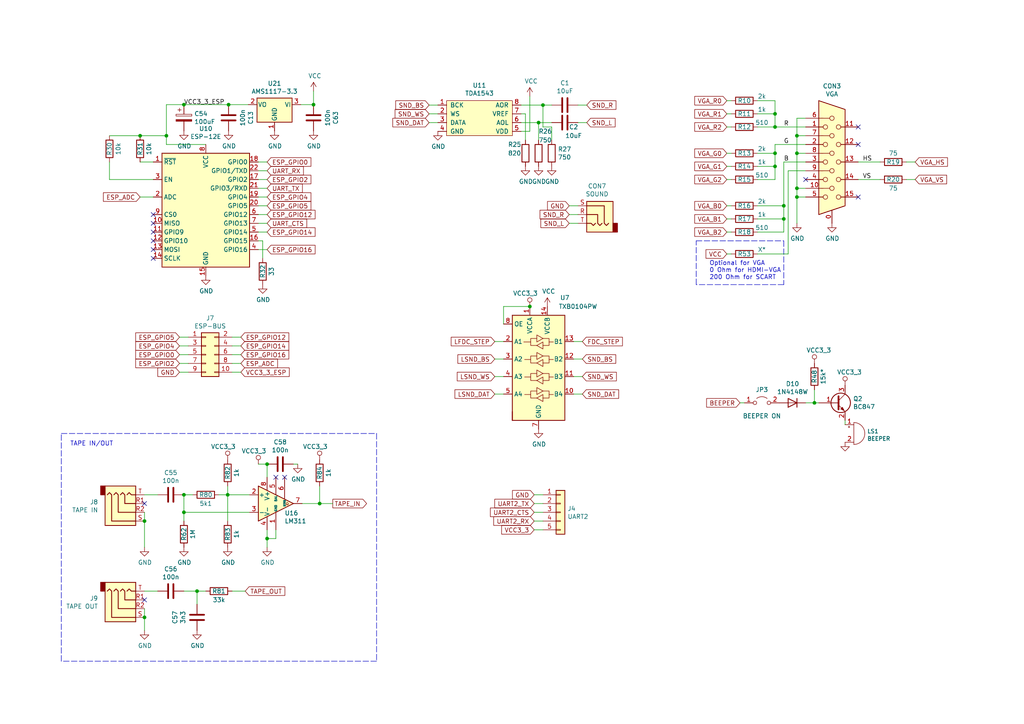
<source format=kicad_sch>
(kicad_sch (version 20230121) (generator eeschema)
  (paper "A4")
  (title_block (title "Karabas Pro") (date "2024-05-01") (rev "F"))
  (lib_symbols
    (symbol "Comparator:LM311" (pin_names (offset 0.127))
      (property "Reference" "U" (at 3.81 6.35 0))
      (property "Value" "LM311" (at 3.81 3.81 0))
      (symbol "LM311_1_1"
        (pin passive line (at 0 -7.62 90) (length 5.08) (name "GND") (number "1"))
        (pin input line (at -7.62 2.54 0) (length 2.54) (name "+") (number "2"))
        (pin input line (at -7.62 -2.54 0) (length 2.54) (name "-") (number "3"))
        (pin power_in line (at -2.54 -7.62 90) (length 3.81) (name "V-") (number "4"))
        (pin input line (at 0 7.62 270) (length 5.08) (name "BAL") (number "5"))
        (pin input line (at 2.54 7.62 270) (length 6.35) (name "STRB") (number "6"))
        (pin open_collector line (at 7.62 0 180) (length 2.54) (name "~") (number "7"))
        (pin power_in line (at -2.54 7.62 270) (length 3.81) (name "V+") (number "8"))
      )
    )
    (symbol "Connector:AudioJack3"
      (property "Reference" "J" (at 0 8.89 0))
      (property "Value" "AudioJack3" (at 0 6.35 0))
      (symbol "AudioJack3_1_1"
        (pin passive line (at 5.08 0 180) (length 2.54) (name "~") (number "R"))
        (pin passive line (at 5.08 2.54 180) (length 2.54) (name "~") (number "S"))
        (pin passive line (at 5.08 -2.54 180) (length 2.54) (name "~") (number "T"))
      )
    )
    (symbol "Connector:AudioJack4"
      (property "Reference" "J" (at 0 8.89 0))
      (property "Value" "AudioJack4" (at 0 6.35 0))
      (symbol "AudioJack4_1_1"
        (pin passive line (at 5.08 -2.54 180) (length 2.54) (name "~") (number "R1"))
        (pin passive line (at 5.08 0 180) (length 2.54) (name "~") (number "R2"))
        (pin passive line (at 5.08 2.54 180) (length 2.54) (name "~") (number "S"))
        (pin passive line (at 5.08 -5.08 180) (length 2.54) (name "~") (number "T"))
      )
    )
    (symbol "Connector:DB15_Female_HighDensity_MountingHoles" (pin_names (offset 1.016) hide)
      (property "Reference" "J" (at 0 21.59 0))
      (property "Value" "DB15_Female_HighDensity_MountingHoles" (at 0 19.05 0))
      (symbol "DB15_Female_HighDensity_MountingHoles_1_1"
        (pin passive line (at 0 -17.78 90) (length 3.81) (name "~") (number "0"))
        (pin passive line (at -7.62 10.16 0) (length 5.08) (name "~") (number "1"))
        (pin passive line (at -7.62 -7.62 0) (length 5.08) (name "~") (number "10"))
        (pin passive line (at 7.62 10.16 180) (length 5.08) (name "~") (number "11"))
        (pin passive line (at 7.62 5.08 180) (length 5.08) (name "~") (number "12"))
        (pin passive line (at 7.62 0 180) (length 5.08) (name "~") (number "13"))
        (pin passive line (at 7.62 -5.08 180) (length 5.08) (name "~") (number "14"))
        (pin passive line (at 7.62 -10.16 180) (length 5.08) (name "~") (number "15"))
        (pin passive line (at -7.62 5.08 0) (length 5.08) (name "~") (number "2"))
        (pin passive line (at -7.62 0 0) (length 5.08) (name "~") (number "3"))
        (pin passive line (at -7.62 -5.08 0) (length 5.08) (name "~") (number "4"))
        (pin passive line (at -7.62 -10.16 0) (length 5.08) (name "~") (number "5"))
        (pin passive line (at -7.62 12.7 0) (length 5.08) (name "~") (number "6"))
        (pin passive line (at -7.62 7.62 0) (length 5.08) (name "~") (number "7"))
        (pin passive line (at -7.62 2.54 0) (length 5.08) (name "~") (number "8"))
        (pin passive line (at -7.62 -2.54 0) (length 5.08) (name "~") (number "9"))
      )
    )
    (symbol "Connector_Generic:Conn_01x05" (pin_names (offset 1.016) hide)
      (property "Reference" "J" (at 0 7.62 0))
      (property "Value" "Conn_01x05" (at 0 -7.62 0))
      (symbol "Conn_01x05_1_1"
        (pin passive line (at -5.08 5.08 0) (length 3.81) (name "Pin_1") (number "1"))
        (pin passive line (at -5.08 2.54 0) (length 3.81) (name "Pin_2") (number "2"))
        (pin passive line (at -5.08 0 0) (length 3.81) (name "Pin_3") (number "3"))
        (pin passive line (at -5.08 -2.54 0) (length 3.81) (name "Pin_4") (number "4"))
        (pin passive line (at -5.08 -5.08 0) (length 3.81) (name "Pin_5") (number "5"))
      )
    )
    (symbol "Connector_Generic:Conn_02x05_Odd_Even" (pin_names (offset 1.016) hide)
      (property "Reference" "J" (at 1.27 7.62 0))
      (property "Value" "Conn_02x05_Odd_Even" (at 1.27 -7.62 0))
      (symbol "Conn_02x05_Odd_Even_1_1"
        (pin passive line (at -5.08 5.08 0) (length 3.81) (name "Pin_1") (number "1"))
        (pin passive line (at 7.62 -5.08 180) (length 3.81) (name "Pin_10") (number "10"))
        (pin passive line (at 7.62 5.08 180) (length 3.81) (name "Pin_2") (number "2"))
        (pin passive line (at -5.08 2.54 0) (length 3.81) (name "Pin_3") (number "3"))
        (pin passive line (at 7.62 2.54 180) (length 3.81) (name "Pin_4") (number "4"))
        (pin passive line (at -5.08 0 0) (length 3.81) (name "Pin_5") (number "5"))
        (pin passive line (at 7.62 0 180) (length 3.81) (name "Pin_6") (number "6"))
        (pin passive line (at -5.08 -2.54 0) (length 3.81) (name "Pin_7") (number "7"))
        (pin passive line (at 7.62 -2.54 180) (length 3.81) (name "Pin_8") (number "8"))
        (pin passive line (at -5.08 -5.08 0) (length 3.81) (name "Pin_9") (number "9"))
      )
    )
    (symbol "Device:Buzzer" (pin_names (offset 0.0254) hide)
      (property "Reference" "BZ" (at 3.81 1.27 0))
      (property "Value" "Buzzer" (at 3.81 -1.27 0))
      (symbol "Buzzer_1_1"
        (pin passive line (at -2.54 2.54 0) (length 2.54) (name "-") (number "1"))
        (pin passive line (at -2.54 -2.54 0) (length 2.54) (name "+") (number "2"))
      )
    )
    (symbol "Device:C" (pin_numbers hide) (pin_names (offset 0.254))
      (property "Reference" "C" (at 0.635 2.54 0))
      (property "Value" "C" (at 0.635 -2.54 0))
      (symbol "C_1_1"
        (pin passive line (at 0 3.81 270) (length 2.794) (name "~") (number "1"))
        (pin passive line (at 0 -3.81 90) (length 2.794) (name "~") (number "2"))
      )
    )
    (symbol "Device:CP" (pin_numbers hide) (pin_names (offset 0.254))
      (property "Reference" "C" (at 0.635 2.54 0))
      (property "Value" "CP" (at 0.635 -2.54 0))
      (symbol "CP_1_1"
        (pin passive line (at 0 3.81 270) (length 2.794) (name "~") (number "1"))
        (pin passive line (at 0 -3.81 90) (length 2.794) (name "~") (number "2"))
      )
    )
    (symbol "Device:R" (pin_numbers hide) (pin_names (offset 0))
      (property "Reference" "R" (at 2.032 0 90))
      (property "Value" "R" (at 0 0 90))
      (symbol "R_1_1"
        (pin passive line (at 0 3.81 270) (length 1.27) (name "~") (number "1"))
        (pin passive line (at 0 -3.81 90) (length 1.27) (name "~") (number "2"))
      )
    )
    (symbol "Diode:1N4148W" (pin_numbers hide) (pin_names (offset 1.016) hide)
      (property "Reference" "D" (at 0 2.54 0))
      (property "Value" "1N4148W" (at 0 -2.54 0))
      (symbol "1N4148W_1_1"
        (pin passive line (at -3.81 0 0) (length 2.54) (name "K") (number "1"))
        (pin passive line (at 3.81 0 180) (length 2.54) (name "A") (number "2"))
      )
    )
    (symbol "Jumper:Jumper_2_Open" (pin_names (offset 0) hide)
      (property "Reference" "JP" (at 0 2.794 0))
      (property "Value" "Jumper_2_Open" (at 0 -2.286 0))
      (symbol "Jumper_2_Open_1_1"
        (pin passive line (at -5.08 0 0) (length 2.54) (name "A") (number "1"))
        (pin passive line (at 5.08 0 180) (length 2.54) (name "B") (number "2"))
      )
    )
    (symbol "Logic_LevelTranslator:TXB0104PW"
      (property "Reference" "U" (at -6.35 16.51 0))
      (property "Value" "TXB0104PW" (at 3.81 16.51 0))
      (symbol "TXB0104PW_1_1"
        (pin power_in line (at -2.54 17.78 270) (length 2.54) (name "VCCA") (number "1"))
        (pin bidirectional line (at 10.16 -7.62 180) (length 2.54) (name "B4") (number "10"))
        (pin bidirectional line (at 10.16 -2.54 180) (length 2.54) (name "B3") (number "11"))
        (pin bidirectional line (at 10.16 2.54 180) (length 2.54) (name "B2") (number "12"))
        (pin bidirectional line (at 10.16 7.62 180) (length 2.54) (name "B1") (number "13"))
        (pin power_in line (at 2.54 17.78 270) (length 2.54) (name "VCCB") (number "14"))
        (pin bidirectional line (at -10.16 7.62 0) (length 2.54) (name "A1") (number "2"))
        (pin bidirectional line (at -10.16 2.54 0) (length 2.54) (name "A2") (number "3"))
        (pin bidirectional line (at -10.16 -2.54 0) (length 2.54) (name "A3") (number "4"))
        (pin bidirectional line (at -10.16 -7.62 0) (length 2.54) (name "A4") (number "5"))
        (pin no_connect line (at -10.16 -12.7 0) (length 2.54) hide (name "NC") (number "6"))
        (pin power_in line (at 0 -17.78 90) (length 2.54) (name "GND") (number "7"))
        (pin input line (at -10.16 12.7 0) (length 2.54) (name "OE") (number "8"))
        (pin no_connect line (at 10.16 -12.7 180) (length 2.54) hide (name "NC") (number "9"))
      )
    )
    (symbol "RF_Module:ESP-12E"
      (property "Reference" "U" (at -12.7 19.05 0))
      (property "Value" "ESP-12E" (at 12.7 19.05 0))
      (symbol "ESP-12E_1_1"
        (pin input line (at -15.24 15.24 0) (length 2.54) (name "~{RST}") (number "1"))
        (pin bidirectional line (at -15.24 -2.54 0) (length 2.54) (name "MISO") (number "10"))
        (pin bidirectional line (at -15.24 -5.08 0) (length 2.54) (name "GPIO9") (number "11"))
        (pin bidirectional line (at -15.24 -7.62 0) (length 2.54) (name "GPIO10") (number "12"))
        (pin bidirectional line (at -15.24 -10.16 0) (length 2.54) (name "MOSI") (number "13"))
        (pin bidirectional line (at -15.24 -12.7 0) (length 2.54) (name "SCLK") (number "14"))
        (pin power_in line (at 0 -17.78 90) (length 2.54) (name "GND") (number "15"))
        (pin bidirectional line (at 15.24 -7.62 180) (length 2.54) (name "GPIO15") (number "16"))
        (pin bidirectional line (at 15.24 10.16 180) (length 2.54) (name "GPIO2") (number "17"))
        (pin bidirectional line (at 15.24 15.24 180) (length 2.54) (name "GPIO0") (number "18"))
        (pin bidirectional line (at 15.24 5.08 180) (length 2.54) (name "GPIO4") (number "19"))
        (pin input line (at -15.24 5.08 0) (length 2.54) (name "ADC") (number "2"))
        (pin bidirectional line (at 15.24 2.54 180) (length 2.54) (name "GPIO5") (number "20"))
        (pin bidirectional line (at 15.24 7.62 180) (length 2.54) (name "GPIO3/RXD") (number "21"))
        (pin bidirectional line (at 15.24 12.7 180) (length 2.54) (name "GPIO1/TXD") (number "22"))
        (pin input line (at -15.24 10.16 0) (length 2.54) (name "EN") (number "3"))
        (pin bidirectional line (at 15.24 -10.16 180) (length 2.54) (name "GPIO16") (number "4"))
        (pin bidirectional line (at 15.24 -5.08 180) (length 2.54) (name "GPIO14") (number "5"))
        (pin bidirectional line (at 15.24 0 180) (length 2.54) (name "GPIO12") (number "6"))
        (pin bidirectional line (at 15.24 -2.54 180) (length 2.54) (name "GPIO13") (number "7"))
        (pin power_in line (at 0 20.32 270) (length 2.54) (name "VCC") (number "8"))
        (pin input line (at -15.24 0 0) (length 2.54) (name "CS0") (number "9"))
      )
    )
    (symbol "Regulator_Linear:AMS1117-3.3" (pin_names (offset 0.254))
      (property "Reference" "U" (at -3.81 3.175 0))
      (property "Value" "AMS1117-3.3" (at 0 3.175 0))
      (symbol "AMS1117-3.3_1_1"
        (pin power_in line (at 0 -7.62 90) (length 2.54) (name "GND") (number "1"))
        (pin power_out line (at 7.62 0 180) (length 2.54) (name "VO") (number "2"))
        (pin power_in line (at -7.62 0 0) (length 2.54) (name "VI") (number "3"))
      )
    )
    (symbol "Transistor_BJT:BC847" (pin_names (offset 0) hide)
      (property "Reference" "Q" (at 5.08 1.905 0))
      (property "Value" "BC847" (at 5.08 0 0))
      (symbol "BC847_1_1"
        (pin input line (at -5.08 0 0) (length 5.715) (name "B") (number "1"))
        (pin passive line (at 2.54 -5.08 90) (length 2.54) (name "E") (number "2"))
        (pin passive line (at 2.54 5.08 270) (length 2.54) (name "C") (number "3"))
      )
    )
    (symbol "power:GND" (power) (pin_names (offset 0))
      (property "Value" "GND" (at 0 -3.81 0))
      (symbol "GND_1_1"
        (pin power_in line (at 0 0 270) (length 0) hide (name "GND") (number "1"))
      )
    )
    (symbol "power:VCC" (power) (pin_names (offset 0))
      (property "Value" "VCC" (at 0 3.81 0))
      (symbol "VCC_1_1"
        (pin power_in line (at 0 0 90) (length 0) hide (name "VCC") (number "1"))
      )
    )
    (symbol "tda1543:TDA1543" (pin_names (offset 1.016))
      (property "Reference" "U" (at 0 5.08 0))
      (property "Value" "TDA1543" (at 0 -7.62 0))
      (symbol "TDA1543_1_1"
        (pin input line (at -11.43 2.54 0) (length 2.54) (name "BCK") (number "1"))
        (pin input line (at -11.43 0 0) (length 2.54) (name "WS") (number "2"))
        (pin input line (at -11.43 -2.54 0) (length 2.54) (name "DATA") (number "3"))
        (pin power_in line (at -11.43 -5.08 0) (length 2.54) (name "GND") (number "4"))
        (pin power_in line (at 12.7 -5.08 180) (length 2.54) (name "VDD") (number "5"))
        (pin output line (at 12.7 -2.54 180) (length 2.54) (name "AOL") (number "6"))
        (pin bidirectional line (at 12.7 0 180) (length 2.54) (name "VREF") (number "7"))
        (pin output line (at 12.7 2.54 180) (length 2.54) (name "AOR") (number "8"))
      )
    )
    (symbol "vcc33:VCC3_3" (power) (pin_names (offset 0))
      (property "Value" "VCC3_3" (at 0 3.81 0))
      (symbol "VCC3_3_1_1"
        (pin power_in line (at 0 0 90) (length 0) hide (name "VCC3_3") (number "1"))
      )
    )
  )
  (junction (at 57.15 171.45))
  (junction (at 227.33 63.5))
  (junction (at 231.14 39.37))
  (junction (at 224.79 36.83))
  (junction (at 224.79 44.45))
  (junction (at 41.91 151.13))
  (junction (at 53.34 30.353))
  (junction (at 90.932 30.353))
  (junction (at 48.26 39.37))
  (junction (at 231.14 57.15))
  (junction (at 231.14 54.61))
  (junction (at 66.04 143.51))
  (junction (at 157.48 30.48))
  (junction (at 156.21 35.56))
  (junction (at 66.294 30.353))
  (junction (at 227.33 59.69))
  (junction (at 77.47 156.21))
  (junction (at 236.22 116.84))
  (junction (at 41.91 179.07))
  (junction (at 53.34 143.51))
  (junction (at 40.64 39.37))
  (junction (at 92.71 146.05))
  (junction (at 77.47 134.62))
  (junction (at 53.34 148.59))
  (junction (at 224.79 33.02))
  (junction (at 231.14 44.45))
  (junction (at 224.79 48.26))
  (junction (at 153.67 88.9))
  (no_connect (at 248.92 57.15))
  (no_connect (at 41.91 173.99))
  (no_connect (at 44.45 62.23))
  (no_connect (at 82.55 138.43))
  (no_connect (at 44.45 67.31))
  (no_connect (at 44.45 72.39))
  (no_connect (at 80.01 138.43))
  (no_connect (at 44.45 69.85))
  (no_connect (at 41.91 146.05))
  (no_connect (at 44.45 74.93))
  (no_connect (at 233.68 52.07))
  (no_connect (at 248.92 36.83))
  (no_connect (at 44.45 64.77))
  (no_connect (at 248.92 41.91))
  (polyline (pts (xy 109.22 191.77) (xy 17.78 191.77)) (stroke (width 0) (type dash)))
  (wire (pts (xy 53.34 143.51) (xy 53.34 148.59)))
  (wire (pts (xy 53.34 148.59) (xy 53.34 151.13)))
  (wire (pts (xy 143.51 99.06) (xy 146.05 99.06)))
  (wire (pts (xy 210.82 29.21) (xy 212.09 29.21)))
  (wire (pts (xy 231.14 34.29) (xy 231.14 39.37)))
  (wire (pts (xy 160.02 35.56) (xy 156.21 35.56)))
  (wire (pts (xy 80.01 153.67) (xy 80.01 156.21)))
  (wire (pts (xy 233.68 44.45) (xy 231.14 44.45)))
  (wire (pts (xy 41.91 171.45) (xy 45.72 171.45)))
  (polyline (pts (xy 201.93 82.55) (xy 201.93 69.85)) (stroke (width 0) (type dash)))
  (wire (pts (xy 157.48 146.05) (xy 154.94 146.05)))
  (wire (pts (xy 167.64 30.48) (xy 170.18 30.48)))
  (wire (pts (xy 41.91 151.13) (xy 41.91 148.59)))
  (polyline (pts (xy 201.93 69.85) (xy 227.33 69.85)) (stroke (width 0) (type dash)))
  (wire (pts (xy 77.47 54.61) (xy 74.93 54.61)))
  (wire (pts (xy 210.82 73.66) (xy 212.09 73.66)))
  (wire (pts (xy 146.05 109.22) (xy 143.51 109.22)))
  (wire (pts (xy 168.91 114.3) (xy 166.37 114.3)))
  (wire (pts (xy 48.26 30.353) (xy 53.34 30.353)))
  (wire (pts (xy 92.71 146.05) (xy 96.52 146.05)))
  (wire (pts (xy 146.05 93.98) (xy 146.05 88.9)))
  (wire (pts (xy 236.22 113.03) (xy 236.22 116.84)))
  (wire (pts (xy 154.94 143.51) (xy 157.48 143.51)))
  (wire (pts (xy 146.05 88.9) (xy 153.67 88.9)))
  (wire (pts (xy 41.91 143.51) (xy 45.72 143.51)))
  (wire (pts (xy 224.79 29.21) (xy 224.79 33.02)))
  (wire (pts (xy 77.47 52.07) (xy 74.93 52.07)))
  (wire (pts (xy 67.31 105.41) (xy 69.85 105.41)))
  (wire (pts (xy 74.93 46.99) (xy 77.47 46.99)))
  (wire (pts (xy 227.33 46.99) (xy 227.33 59.69)))
  (wire (pts (xy 66.04 143.51) (xy 66.04 151.13)))
  (wire (pts (xy 76.2 69.85) (xy 76.2 74.93)))
  (wire (pts (xy 166.37 109.22) (xy 168.91 109.22)))
  (wire (pts (xy 53.34 30.607) (xy 53.34 30.353)))
  (wire (pts (xy 154.94 148.59) (xy 157.48 148.59)))
  (wire (pts (xy 167.64 35.56) (xy 170.18 35.56)))
  (wire (pts (xy 53.34 30.353) (xy 66.294 30.353)))
  (wire (pts (xy 219.71 33.02) (xy 224.79 33.02)))
  (wire (pts (xy 85.09 134.62) (xy 86.36 134.62)))
  (wire (pts (xy 168.91 104.14) (xy 166.37 104.14)))
  (wire (pts (xy 167.64 62.23) (xy 165.1 62.23)))
  (wire (pts (xy 77.47 67.31) (xy 74.93 67.31)))
  (wire (pts (xy 236.22 116.84) (xy 237.49 116.84)))
  (wire (pts (xy 210.82 48.26) (xy 212.09 48.26)))
  (wire (pts (xy 31.75 39.37) (xy 40.64 39.37)))
  (wire (pts (xy 124.46 30.48) (xy 127 30.48)))
  (wire (pts (xy 210.82 59.69) (xy 212.09 59.69)))
  (wire (pts (xy 77.47 59.69) (xy 74.93 59.69)))
  (wire (pts (xy 212.09 44.45) (xy 210.82 44.45)))
  (wire (pts (xy 52.07 97.79) (xy 54.61 97.79)))
  (wire (pts (xy 52.07 102.87) (xy 54.61 102.87)))
  (wire (pts (xy 233.68 34.29) (xy 231.14 34.29)))
  (wire (pts (xy 74.93 134.62) (xy 77.47 134.62)))
  (wire (pts (xy 151.13 35.56) (xy 156.21 35.56)))
  (wire (pts (xy 41.91 158.75) (xy 41.91 151.13)))
  (polyline (pts (xy 17.78 191.77) (xy 17.78 125.73)) (stroke (width 0) (type dash)))
  (wire (pts (xy 233.68 36.83) (xy 224.79 36.83)))
  (wire (pts (xy 57.15 175.26) (xy 57.15 171.45)))
  (wire (pts (xy 52.07 105.41) (xy 54.61 105.41)))
  (wire (pts (xy 219.71 63.5) (xy 227.33 63.5)))
  (wire (pts (xy 233.68 46.99) (xy 227.33 46.99)))
  (wire (pts (xy 48.26 41.91) (xy 48.26 39.37)))
  (wire (pts (xy 227.33 63.5) (xy 227.33 67.31)))
  (wire (pts (xy 219.71 48.26) (xy 224.79 48.26)))
  (wire (pts (xy 74.93 72.39) (xy 77.47 72.39)))
  (wire (pts (xy 77.47 134.62) (xy 77.47 138.43)))
  (wire (pts (xy 231.14 57.15) (xy 231.14 64.77)))
  (wire (pts (xy 151.13 33.02) (xy 152.4 33.02)))
  (wire (pts (xy 210.82 67.31) (xy 212.09 67.31)))
  (polyline (pts (xy 227.33 69.85) (xy 227.33 82.55)) (stroke (width 0) (type dash)))
  (wire (pts (xy 233.68 54.61) (xy 231.14 54.61)))
  (wire (pts (xy 57.15 171.45) (xy 59.69 171.45)))
  (wire (pts (xy 227.33 67.31) (xy 219.71 67.31)))
  (wire (pts (xy 219.71 44.45) (xy 224.79 44.45)))
  (wire (pts (xy 231.14 54.61) (xy 231.14 57.15)))
  (wire (pts (xy 77.47 153.67) (xy 77.47 156.21)))
  (wire (pts (xy 53.34 171.45) (xy 57.15 171.45)))
  (wire (pts (xy 160.02 40.64) (xy 160.02 36.83)))
  (wire (pts (xy 151.13 30.48) (xy 157.48 30.48)))
  (wire (pts (xy 245.11 123.19) (xy 245.11 121.92)))
  (wire (pts (xy 143.51 114.3) (xy 146.05 114.3)))
  (wire (pts (xy 63.5 143.51) (xy 66.04 143.51)))
  (wire (pts (xy 214.63 116.84) (xy 215.9 116.84)))
  (wire (pts (xy 262.89 46.99) (xy 265.43 46.99)))
  (wire (pts (xy 153.67 38.1) (xy 153.67 27.94)))
  (wire (pts (xy 67.31 100.33) (xy 69.85 100.33)))
  (wire (pts (xy 157.48 30.48) (xy 160.02 30.48)))
  (wire (pts (xy 67.31 102.87) (xy 69.85 102.87)))
  (wire (pts (xy 228.6 49.53) (xy 233.68 49.53)))
  (wire (pts (xy 228.6 73.66) (xy 228.6 49.53)))
  (wire (pts (xy 224.79 33.02) (xy 224.79 36.83)))
  (wire (pts (xy 44.45 52.07) (xy 31.75 52.07)))
  (wire (pts (xy 248.92 52.07) (xy 255.27 52.07)))
  (wire (pts (xy 166.37 99.06) (xy 168.91 99.06)))
  (wire (pts (xy 52.07 100.33) (xy 54.61 100.33)))
  (wire (pts (xy 224.79 36.83) (xy 219.71 36.83)))
  (wire (pts (xy 219.71 29.21) (xy 224.79 29.21)))
  (wire (pts (xy 233.68 41.91) (xy 224.79 41.91)))
  (wire (pts (xy 165.1 59.69) (xy 167.64 59.69)))
  (wire (pts (xy 74.93 64.77) (xy 77.47 64.77)))
  (wire (pts (xy 157.48 36.83) (xy 157.48 30.48)))
  (wire (pts (xy 66.04 143.51) (xy 72.39 143.51)))
  (wire (pts (xy 87.63 146.05) (xy 92.71 146.05)))
  (wire (pts (xy 66.04 140.97) (xy 66.04 143.51)))
  (wire (pts (xy 212.09 52.07) (xy 210.82 52.07)))
  (wire (pts (xy 210.82 36.83) (xy 212.09 36.83)))
  (wire (pts (xy 74.93 62.23) (xy 77.47 62.23)))
  (wire (pts (xy 227.33 59.69) (xy 227.33 63.5)))
  (wire (pts (xy 40.64 57.15) (xy 44.45 57.15)))
  (wire (pts (xy 67.31 107.95) (xy 69.85 107.95)))
  (polyline (pts (xy 109.22 125.73) (xy 109.22 191.77)) (stroke (width 0) (type dash)))
  (wire (pts (xy 53.34 143.51) (xy 55.88 143.51)))
  (wire (pts (xy 74.93 57.15) (xy 77.47 57.15)))
  (wire (pts (xy 67.31 97.79) (xy 69.85 97.79)))
  (wire (pts (xy 262.89 52.07) (xy 265.43 52.07)))
  (wire (pts (xy 48.26 41.91) (xy 59.69 41.91)))
  (wire (pts (xy 31.75 52.07) (xy 31.75 46.99)))
  (wire (pts (xy 233.68 57.15) (xy 231.14 57.15)))
  (wire (pts (xy 151.13 38.1) (xy 153.67 38.1)))
  (wire (pts (xy 41.91 179.07) (xy 41.91 176.53)))
  (wire (pts (xy 44.45 46.99) (xy 40.64 46.99)))
  (wire (pts (xy 224.79 41.91) (xy 224.79 44.45)))
  (wire (pts (xy 224.79 48.26) (xy 224.79 52.07)))
  (polyline (pts (xy 17.78 125.73) (xy 109.22 125.73)) (stroke (width 0) (type dash)))
  (polyline (pts (xy 227.33 82.55) (xy 201.93 82.55)) (stroke (width 0) (type dash)))
  (wire (pts (xy 248.92 46.99) (xy 255.27 46.99)))
  (wire (pts (xy 72.39 148.59) (xy 53.34 148.59)))
  (wire (pts (xy 74.93 69.85) (xy 76.2 69.85)))
  (wire (pts (xy 77.47 156.21) (xy 77.47 158.75)))
  (wire (pts (xy 66.294 30.353) (xy 72.009 30.353)))
  (wire (pts (xy 212.09 33.02) (xy 210.82 33.02)))
  (wire (pts (xy 90.932 26.416) (xy 90.932 30.353)))
  (wire (pts (xy 124.46 35.56) (xy 127 35.56)))
  (wire (pts (xy 233.68 116.84) (xy 236.22 116.84)))
  (wire (pts (xy 231.14 54.61) (xy 231.14 44.45)))
  (wire (pts (xy 157.48 153.67) (xy 154.94 153.67)))
  (wire (pts (xy 48.26 30.353) (xy 48.26 39.37)))
  (wire (pts (xy 219.71 73.66) (xy 228.6 73.66)))
  (wire (pts (xy 157.48 151.13) (xy 154.94 151.13)))
  (wire (pts (xy 219.71 59.69) (xy 227.33 59.69)))
  (wire (pts (xy 212.09 63.5) (xy 210.82 63.5)))
  (wire (pts (xy 224.79 52.07) (xy 219.71 52.07)))
  (wire (pts (xy 92.71 140.97) (xy 92.71 146.05)))
  (wire (pts (xy 124.46 33.02) (xy 127 33.02)))
  (wire (pts (xy 80.01 156.21) (xy 77.47 156.21)))
  (wire (pts (xy 52.07 107.95) (xy 54.61 107.95)))
  (wire (pts (xy 165.1 64.77) (xy 167.64 64.77)))
  (wire (pts (xy 152.4 33.02) (xy 152.4 40.64)))
  (wire (pts (xy 224.79 44.45) (xy 224.79 48.26)))
  (wire (pts (xy 40.64 39.37) (xy 48.26 39.37)))
  (wire (pts (xy 231.14 44.45) (xy 231.14 39.37)))
  (wire (pts (xy 143.51 104.14) (xy 146.05 104.14)))
  (wire (pts (xy 87.249 30.353) (xy 90.932 30.353)))
  (wire (pts (xy 71.12 171.45) (xy 67.31 171.45)))
  (wire (pts (xy 74.93 49.53) (xy 77.47 49.53)))
  (wire (pts (xy 160.02 36.83) (xy 157.48 36.83)))
  (wire (pts (xy 41.91 182.88) (xy 41.91 179.07)))
  (wire (pts (xy 231.14 39.37) (xy 233.68 39.37)))
  (wire (pts (xy 156.21 35.56) (xy 156.21 40.64)))
  (text "Optional for VGA\n0 Ohm for HDMI-VGA\n200 Ohm for SCART" (at 205.74 81.28 0) (effects (font (size 1.27 1.27)) (justify left bottom)))
  (text "TAPE IN/OUT\n" (at 20.32 129.54 0) (effects (font (size 1.27 1.27)) (justify left bottom)))
  (label "B" (at 227.33 46.99 0))
  (label "HS" (at 250.19 46.99 0))
  (label "VCC3_3_ESP" (at 53.34 30.607 0))
  (label "G" (at 227.33 41.91 0))
  (label "VS" (at 250.19 52.07 0))
  (label "R" (at 227.33 36.83 0))
  (global_label "UART2_TX" (shape input) (at 154.94 146.05 180) (property "Intersheetrefs" "${INTERSHEET_REFS}" (effects hide)))
  (global_label "SND_BS" (shape input) (at 168.91 104.14 0) (property "Intersheetrefs" "${INTERSHEET_REFS}" (effects hide)))
  (global_label "SND_R" (shape input) (at 165.1 62.23 180) (property "Intersheetrefs" "${INTERSHEET_REFS}" (effects hide)))
  (global_label "SND_R" (shape input) (at 170.18 30.48 0) (property "Intersheetrefs" "${INTERSHEET_REFS}" (effects hide)))
  (global_label "UART2_CTS" (shape input) (at 154.94 148.59 180) (property "Intersheetrefs" "${INTERSHEET_REFS}" (effects hide)))
  (global_label "ESP_GPIO12" (shape input) (at 77.47 62.23 0) (property "Intersheetrefs" "${INTERSHEET_REFS}" (effects hide)))
  (global_label "ESP_GPIO16" (shape input) (at 77.47 72.39 0) (property "Intersheetrefs" "${INTERSHEET_REFS}" (effects hide)))
  (global_label "VGA_R0" (shape input) (at 210.82 29.21 180) (property "Intersheetrefs" "${INTERSHEET_REFS}" (effects hide)))
  (global_label "VGA_B2" (shape input) (at 210.82 67.31 180) (property "Intersheetrefs" "${INTERSHEET_REFS}" (effects hide)))
  (global_label "GND" (shape input) (at 154.94 143.51 180) (property "Intersheetrefs" "${INTERSHEET_REFS}" (effects hide)))
  (global_label "ESP_GPIO16" (shape input) (at 69.85 102.87 0) (property "Intersheetrefs" "${INTERSHEET_REFS}" (effects hide)))
  (global_label "SND_BS" (shape input) (at 124.46 30.48 180) (property "Intersheetrefs" "${INTERSHEET_REFS}" (effects hide)))
  (global_label "VGA_B0" (shape input) (at 210.82 59.69 180) (property "Intersheetrefs" "${INTERSHEET_REFS}" (effects hide)))
  (global_label "ESP_ADC" (shape input) (at 40.64 57.15 180) (property "Intersheetrefs" "${INTERSHEET_REFS}" (effects hide)))
  (global_label "VGA_VS" (shape input) (at 265.43 52.07 0) (property "Intersheetrefs" "${INTERSHEET_REFS}" (effects hide)))
  (global_label "VGA_G2" (shape input) (at 210.82 52.07 180) (property "Intersheetrefs" "${INTERSHEET_REFS}" (effects hide)))
  (global_label "GND" (shape input) (at 52.07 107.95 180) (property "Intersheetrefs" "${INTERSHEET_REFS}" (effects hide)))
  (global_label "LSND_WS" (shape input) (at 143.51 109.22 180) (property "Intersheetrefs" "${INTERSHEET_REFS}" (effects hide)))
  (global_label "SND_WS" (shape input) (at 168.91 109.22 0) (property "Intersheetrefs" "${INTERSHEET_REFS}" (effects hide)))
  (global_label "ESP_ADC" (shape input) (at 69.85 105.41 0) (property "Intersheetrefs" "${INTERSHEET_REFS}" (effects hide)))
  (global_label "ESP_GPIO2" (shape input) (at 52.07 105.41 180) (property "Intersheetrefs" "${INTERSHEET_REFS}" (effects hide)))
  (global_label "TAPE_OUT" (shape input) (at 71.12 171.45 0) (property "Intersheetrefs" "${INTERSHEET_REFS}" (effects hide)))
  (global_label "FDC_STEP" (shape input) (at 168.91 99.06 0) (property "Intersheetrefs" "${INTERSHEET_REFS}" (effects hide)))
  (global_label "VCC3_3_ESP" (shape input) (at 69.85 107.95 0) (property "Intersheetrefs" "${INTERSHEET_REFS}" (effects hide)))
  (global_label "SND_DAT" (shape input) (at 168.91 114.3 0) (property "Intersheetrefs" "${INTERSHEET_REFS}" (effects hide)))
  (global_label "SND_DAT" (shape input) (at 124.46 35.56 180) (property "Intersheetrefs" "${INTERSHEET_REFS}" (effects hide)))
  (global_label "LSND_BS" (shape input) (at 143.51 104.14 180) (property "Intersheetrefs" "${INTERSHEET_REFS}" (effects hide)))
  (global_label "VCC3_3" (shape input) (at 154.94 153.67 180) (property "Intersheetrefs" "${INTERSHEET_REFS}" (effects hide)))
  (global_label "UART_RX" (shape input) (at 77.47 49.53 0) (property "Intersheetrefs" "${INTERSHEET_REFS}" (effects hide)))
  (global_label "ESP_GPIO14" (shape input) (at 77.47 67.31 0) (property "Intersheetrefs" "${INTERSHEET_REFS}" (effects hide)))
  (global_label "UART_CTS" (shape input) (at 77.47 64.77 0) (property "Intersheetrefs" "${INTERSHEET_REFS}" (effects hide)))
  (global_label "ESP_GPIO5" (shape input) (at 52.07 97.79 180) (property "Intersheetrefs" "${INTERSHEET_REFS}" (effects hide)))
  (global_label "SND_L" (shape input) (at 170.18 35.56 0) (property "Intersheetrefs" "${INTERSHEET_REFS}" (effects hide)))
  (global_label "ESP_GPIO2" (shape input) (at 77.47 52.07 0) (property "Intersheetrefs" "${INTERSHEET_REFS}" (effects hide)))
  (global_label "TAPE_IN" (shape output) (at 96.52 146.05 0) (property "Intersheetrefs" "${INTERSHEET_REFS}" (effects hide)))
  (global_label "ESP_GPIO14" (shape input) (at 69.85 100.33 0) (property "Intersheetrefs" "${INTERSHEET_REFS}" (effects hide)))
  (global_label "ESP_GPIO0" (shape input) (at 77.47 46.99 0) (property "Intersheetrefs" "${INTERSHEET_REFS}" (effects hide)))
  (global_label "UART_TX" (shape input) (at 77.47 54.61 0) (property "Intersheetrefs" "${INTERSHEET_REFS}" (effects hide)))
  (global_label "ESP_GPIO12" (shape input) (at 69.85 97.79 0) (property "Intersheetrefs" "${INTERSHEET_REFS}" (effects hide)))
  (global_label "UART2_RX" (shape input) (at 154.94 151.13 180) (property "Intersheetrefs" "${INTERSHEET_REFS}" (effects hide)))
  (global_label "BEEPER" (shape input) (at 214.63 116.84 180) (property "Intersheetrefs" "${INTERSHEET_REFS}" (effects hide)))
  (global_label "VGA_R1" (shape input) (at 210.82 33.02 180) (property "Intersheetrefs" "${INTERSHEET_REFS}" (effects hide)))
  (global_label "ESP_GPIO4" (shape input) (at 52.07 100.33 180) (property "Intersheetrefs" "${INTERSHEET_REFS}" (effects hide)))
  (global_label "LFDC_STEP" (shape input) (at 143.51 99.06 180) (property "Intersheetrefs" "${INTERSHEET_REFS}" (effects hide)))
  (global_label "VGA_G0" (shape input) (at 210.82 44.45 180) (property "Intersheetrefs" "${INTERSHEET_REFS}" (effects hide)))
  (global_label "ESP_GPIO5" (shape input) (at 77.47 59.69 0) (property "Intersheetrefs" "${INTERSHEET_REFS}" (effects hide)))
  (global_label "VGA_HS" (shape input) (at 265.43 46.99 0) (property "Intersheetrefs" "${INTERSHEET_REFS}" (effects hide)))
  (global_label "VCC" (shape input) (at 210.82 73.66 180) (property "Intersheetrefs" "${INTERSHEET_REFS}" (effects hide)))
  (global_label "ESP_GPIO0" (shape input) (at 52.07 102.87 180) (property "Intersheetrefs" "${INTERSHEET_REFS}" (effects hide)))
  (global_label "VGA_B1" (shape input) (at 210.82 63.5 180) (property "Intersheetrefs" "${INTERSHEET_REFS}" (effects hide)))
  (global_label "ESP_GPIO4" (shape input) (at 77.47 57.15 0) (property "Intersheetrefs" "${INTERSHEET_REFS}" (effects hide)))
  (global_label "VGA_G1" (shape input) (at 210.82 48.26 180) (property "Intersheetrefs" "${INTERSHEET_REFS}" (effects hide)))
  (global_label "GND" (shape input) (at 165.1 59.69 180) (property "Intersheetrefs" "${INTERSHEET_REFS}" (effects hide)))
  (global_label "SND_L" (shape input) (at 165.1 64.77 180) (property "Intersheetrefs" "${INTERSHEET_REFS}" (effects hide)))
  (global_label "SND_WS" (shape input) (at 124.46 33.02 180) (property "Intersheetrefs" "${INTERSHEET_REFS}" (effects hide)))
  (global_label "VGA_R2" (shape input) (at 210.82 36.83 180) (property "Intersheetrefs" "${INTERSHEET_REFS}" (effects hide)))
  (global_label "LSND_DAT" (shape input) (at 143.51 114.3 180) (property "Intersheetrefs" "${INTERSHEET_REFS}" (effects hide)))
  (symbol (lib_id "Device:C") (at 81.28 134.62 90) (unit 1)
    (property "Reference" "C58" (at 81.28 128.2192 90))
    (property "Value" "100n" (at 81.28 130.5306 90))
    (property "Footprint" "Capacitor_SMD:C_0805_2012Metric_Pad1.18x1.45mm_HandSolder" (effects hide))
  )
  (symbol (lib_id "vcc33:VCC3_3") (at 153.67 88.9 0) (unit 1)
    (property "Reference" "#PWR0118" (effects hide))
    (property "Value" "VCC3_3" (at 152.4 85.09 0))
  )
  (symbol (lib_id "power:GND") (at 86.36 134.62 0) (unit 1)
    (property "Reference" "#PWR0110" (effects hide))
    (property "Value" "GND" (at 86.487 139.0142 0))
  )
  (symbol (lib_id "Device:R") (at 31.75 43.18 180) (unit 1)
    (property "Reference" "R30" (at 31.75 43.18 90))
    (property "Value" "10k" (at 34.29 43.18 90))
    (property "Footprint" "Resistor_SMD:R_0805_2012Metric_Pad1.15x1.40mm_HandSolder" (effects hide))
  )
  (symbol (lib_id "power:GND") (at 156.21 124.46 0) (unit 1)
    (property "Reference" "#PWR0120" (effects hide))
    (property "Value" "GND" (at 156.337 128.8542 0))
  )
  (symbol (lib_id "power:GND") (at 79.629 37.973 0) (unit 1)
    (property "Reference" "#PWR020" (effects hide))
    (property "Value" "GND" (at 79.756 42.3672 0))
  )
  (symbol (lib_id "Connector:AudioJack3") (at 172.72 62.23 0) (mirror y) (unit 1)
    (property "Reference" "CON7" (at 173.1772 53.975 0))
    (property "Value" "SOUND" (at 173.1772 56.2864 0))
    (property "Footprint" "Connector_Audio:Jack_3.5mm_CUI_SJ1-3535NG_Horizontal" (effects hide))
  )
  (symbol (lib_id "Device:R") (at 215.9 59.69 90) (unit 1)
    (property "Reference" "R16" (at 215.9 59.69 90))
    (property "Value" "2k" (at 220.98 58.42 90))
    (property "Footprint" "Resistor_SMD:R_0805_2012Metric_Pad1.15x1.40mm_HandSolder" (effects hide))
  )
  (symbol (lib_id "power:GND") (at 59.69 80.01 0) (unit 1)
    (property "Reference" "#PWR018" (effects hide))
    (property "Value" "GND" (at 59.817 84.4042 0))
  )
  (symbol (lib_id "power:GND") (at 41.91 158.75 0) (unit 1)
    (property "Reference" "#PWR0102" (effects hide))
    (property "Value" "GND" (at 42.037 163.1442 0))
  )
  (symbol (lib_id "power:GND") (at 156.21 48.26 0) (unit 1)
    (property "Reference" "#PWR0125" (effects hide))
    (property "Value" "GND" (at 156.337 52.6542 0))
  )
  (symbol (lib_id "Device:R") (at 92.71 137.16 0) (unit 1)
    (property "Reference" "R84" (at 92.71 137.16 90))
    (property "Value" "1k" (at 95.25 137.16 90))
    (property "Footprint" "Resistor_SMD:R_0805_2012Metric_Pad1.20x1.40mm_HandSolder" (effects hide))
  )
  (symbol (lib_id "power:GND") (at 66.04 158.75 0) (unit 1)
    (property "Reference" "#PWR0107" (effects hide))
    (property "Value" "GND" (at 66.167 163.1442 0))
  )
  (symbol (lib_id "Device:R") (at 160.02 44.45 0) (unit 1)
    (property "Reference" "R27" (at 161.798 43.2816 0) (effects (justify left)))
    (property "Value" "750" (at 161.798 45.593 0) (effects (justify left)))
    (property "Footprint" "Resistor_SMD:R_0805_2012Metric_Pad1.15x1.40mm_HandSolder" (effects hide))
  )
  (symbol (lib_id "Regulator_Linear:AMS1117-3.3") (at 79.629 30.353 0) (mirror y) (unit 1)
    (property "Reference" "U21" (at 79.629 24.2062 0))
    (property "Value" "AMS1117-3.3" (at 79.629 26.5176 0))
    (property "Footprint" "Package_TO_SOT_SMD:SOT-223-3_TabPin2" (effects hide))
    (property "Datasheet" "http://www.advanced-monolithic.com/pdf/ds1117.pdf" (effects hide))
  )
  (symbol (lib_id "power:GND") (at 41.91 182.88 0) (unit 1)
    (property "Reference" "#PWR0103" (effects hide))
    (property "Value" "GND" (at 42.037 187.2742 0))
  )
  (symbol (lib_id "Device:R") (at 156.21 44.45 0) (unit 1)
    (property "Reference" "R26" (at 156.21 38.1 0) (effects (justify left)))
    (property "Value" "750" (at 156.21 40.64 0) (effects (justify left)))
    (property "Footprint" "Resistor_SMD:R_0805_2012Metric_Pad1.15x1.40mm_HandSolder" (effects hide))
  )
  (symbol (lib_id "Comparator:LM311") (at 80.01 146.05 0) (unit 1)
    (property "Reference" "U16" (at 82.55 148.8186 0) (effects (justify left)))
    (property "Value" "LM311" (at 82.55 151.13 0) (effects (justify left)))
    (property "Footprint" "Package_SO:SO-8_3.9x4.9mm_P1.27mm" (effects hide))
    (property "Datasheet" "https://www.st.com/resource/en/datasheet/lm311.pdf" (effects hide))
  )
  (symbol (lib_id "power:GND") (at 231.14 64.77 0) (unit 1)
    (property "Reference" "#PWR05" (effects hide))
    (property "Value" "GND" (at 231.267 69.1642 0))
  )
  (symbol (lib_id "Device:R") (at 215.9 44.45 90) (unit 1)
    (property "Reference" "R13" (at 215.9 44.45 90))
    (property "Value" "2k" (at 220.98 43.18 90))
    (property "Footprint" "Resistor_SMD:R_0805_2012Metric_Pad1.15x1.40mm_HandSolder" (effects hide))
  )
  (symbol (lib_id "Device:CP") (at 53.34 34.163 0) (unit 1)
    (property "Reference" "C54" (at 56.3372 32.9946 0) (effects (justify left)))
    (property "Value" "100uF" (at 56.3372 35.306 0) (effects (justify left)))
    (property "Footprint" "footprints:CP_EIA-7343-31_Kemet-D-uni" (effects hide))
  )
  (symbol (lib_id "Device:R") (at 53.34 154.94 0) (unit 1)
    (property "Reference" "R62" (at 53.34 154.94 90))
    (property "Value" "1M" (at 55.88 154.94 90))
    (property "Footprint" "Resistor_SMD:R_0805_2012Metric_Pad1.20x1.40mm_HandSolder" (effects hide))
  )
  (symbol (lib_id "Device:C") (at 163.83 35.56 90) (unit 1)
    (property "Reference" "C2" (at 166.37 36.83 90))
    (property "Value" "10uF" (at 166.37 39.37 90))
    (property "Footprint" "Capacitor_SMD:C_0805_2012Metric_Pad1.15x1.40mm_HandSolder" (effects hide))
  )
  (symbol (lib_id "Device:Buzzer") (at 247.65 125.73 0) (unit 1)
    (property "Reference" "LS1" (at 251.5362 125.095 0) (effects (font (size 1.143 1.143)) (justify left)))
    (property "Value" "BEEPER" (at 251.5362 127.2286 0) (effects (font (size 1.143 1.143)) (justify left)))
    (property "Footprint" "Buzzer_Beeper:Buzzer_12x9.5RM7.6" (effects hide))
    (property "Field4" "COMP-08253" (effects hide))
  )
  (symbol (lib_id "Device:R") (at 40.64 43.18 180) (unit 1)
    (property "Reference" "R31" (at 40.64 43.18 90))
    (property "Value" "10k" (at 43.18 43.18 90))
    (property "Footprint" "Resistor_SMD:R_0805_2012Metric_Pad1.15x1.40mm_HandSolder" (effects hide))
  )
  (symbol (lib_id "Device:R") (at 66.04 154.94 0) (unit 1)
    (property "Reference" "R83" (at 66.04 154.94 90))
    (property "Value" "1k" (at 68.58 154.94 90))
    (property "Footprint" "Resistor_SMD:R_0805_2012Metric_Pad1.20x1.40mm_HandSolder" (effects hide))
  )
  (symbol (lib_id "Connector:AudioJack4") (at 36.83 148.59 0) (mirror x) (unit 1)
    (property "Reference" "J8" (at 28.4734 145.6182 0) (effects (justify right)))
    (property "Value" "TAPE IN" (at 28.4734 147.9296 0) (effects (justify right)))
    (property "Footprint" "footprints:AUDIO_JACK_3.5MM_SMD_TRRS_rounded_mixed" (effects hide))
  )
  (symbol (lib_id "Device:C") (at 66.294 34.163 0) (unit 1)
    (property "Reference" "C13" (at 72.6948 34.163 90))
    (property "Value" "100n" (at 70.3834 34.163 90))
    (property "Footprint" "Capacitor_SMD:C_0805_2012Metric_Pad1.18x1.45mm_HandSolder" (effects hide))
  )
  (symbol (lib_id "power:GND") (at 77.47 158.75 0) (unit 1)
    (property "Reference" "#PWR0109" (effects hide))
    (property "Value" "GND" (at 77.597 163.1442 0))
  )
  (symbol (lib_id "Device:R") (at 215.9 36.83 90) (unit 1)
    (property "Reference" "R12" (at 215.9 36.83 90))
    (property "Value" "510" (at 220.98 35.56 90))
    (property "Footprint" "Resistor_SMD:R_0805_2012Metric_Pad1.15x1.40mm_HandSolder" (effects hide))
  )
  (symbol (lib_id "Device:R") (at 63.5 171.45 90) (unit 1)
    (property "Reference" "R81" (at 63.5 171.45 90))
    (property "Value" "33k" (at 63.5 173.99 90))
    (property "Footprint" "Resistor_SMD:R_0805_2012Metric_Pad1.20x1.40mm_HandSolder" (effects hide))
  )
  (symbol (lib_id "power:VCC") (at 90.932 26.416 0) (unit 1)
    (property "Reference" "#PWR0114" (effects hide))
    (property "Value" "VCC" (at 91.313 22.0218 0))
  )
  (symbol (lib_id "Device:C") (at 49.53 171.45 90) (unit 1)
    (property "Reference" "C56" (at 49.53 165.0492 90))
    (property "Value" "100n" (at 49.53 167.3606 90))
    (property "Footprint" "Capacitor_SMD:C_0805_2012Metric_Pad1.18x1.45mm_HandSolder" (effects hide))
  )
  (symbol (lib_id "power:GND") (at 76.2 82.55 0) (unit 1)
    (property "Reference" "#PWR0113" (effects hide))
    (property "Value" "GND" (at 76.327 86.9442 0))
  )
  (symbol (lib_id "vcc33:VCC3_3") (at 236.22 105.41 0) (mirror y) (unit 1)
    (property "Reference" "#PWR0131" (effects hide))
    (property "Value" "VCC3_3" (at 237.49 101.6 0))
  )
  (symbol (lib_id "power:GND") (at 57.15 182.88 0) (unit 1)
    (property "Reference" "#PWR0105" (effects hide))
    (property "Value" "GND" (at 57.277 187.2742 0))
  )
  (symbol (lib_id "power:GND") (at 90.932 37.973 0) (unit 1)
    (property "Reference" "#PWR0115" (effects hide))
    (property "Value" "GND" (at 91.059 42.3672 0))
  )
  (symbol (lib_id "vcc33:VCC3_3") (at 66.04 133.35 0) (unit 1)
    (property "Reference" "#PWR0106" (effects hide))
    (property "Value" "VCC3_3" (at 64.77 129.54 0))
  )
  (symbol (lib_id "Device:R") (at 215.9 73.66 90) (unit 1)
    (property "Reference" "R53" (at 215.9 73.66 90))
    (property "Value" "X*" (at 220.98 72.39 90))
    (property "Footprint" "Resistor_SMD:R_0805_2012Metric_Pad1.15x1.40mm_HandSolder" (effects hide))
  )
  (symbol (lib_id "Device:R") (at 215.9 67.31 90) (unit 1)
    (property "Reference" "R18" (at 215.9 67.31 90))
    (property "Value" "510" (at 220.98 66.04 90))
    (property "Footprint" "Resistor_SMD:R_0805_2012Metric_Pad1.15x1.40mm_HandSolder" (effects hide))
  )
  (symbol (lib_id "Device:R") (at 259.08 52.07 90) (unit 1)
    (property "Reference" "R20" (at 259.08 52.07 90))
    (property "Value" "75" (at 259.08 54.61 90))
    (property "Footprint" "Resistor_SMD:R_0805_2012Metric_Pad1.15x1.40mm_HandSolder" (effects hide))
  )
  (symbol (lib_id "Device:C") (at 163.83 30.48 90) (unit 1)
    (property "Reference" "C1" (at 163.83 24.0792 90))
    (property "Value" "10uF" (at 163.83 26.3906 90))
    (property "Footprint" "Capacitor_SMD:C_0805_2012Metric_Pad1.15x1.40mm_HandSolder" (effects hide))
  )
  (symbol (lib_id "Device:R") (at 59.69 143.51 90) (unit 1)
    (property "Reference" "R80" (at 59.69 143.51 90))
    (property "Value" "5k1" (at 59.69 146.05 90))
    (property "Footprint" "Resistor_SMD:R_0805_2012Metric_Pad1.20x1.40mm_HandSolder" (effects hide))
  )
  (symbol (lib_id "RF_Module:ESP-12E") (at 59.69 62.23 0) (unit 1)
    (property "Reference" "U10" (at 59.69 37.3126 0))
    (property "Value" "ESP-12E" (at 59.69 39.624 0))
    (property "Footprint" "RF_Module:ESP-12E" (effects hide))
    (property "Datasheet" "http://wiki.ai-thinker.com/_media/esp8266/esp8266_series_modules_user_manual_v1.1.pdf" (effects hide))
  )
  (symbol (lib_id "Device:C") (at 49.53 143.51 90) (unit 1)
    (property "Reference" "C55" (at 49.53 137.1092 90))
    (property "Value" "100n" (at 49.53 139.4206 90))
    (property "Footprint" "Capacitor_SMD:C_0805_2012Metric_Pad1.18x1.45mm_HandSolder" (effects hide))
  )
  (symbol (lib_id "Device:C") (at 57.15 179.07 180) (unit 1)
    (property "Reference" "C57" (at 50.7492 179.07 90))
    (property "Value" "3n3" (at 53.0606 179.07 90))
    (property "Footprint" "Capacitor_SMD:C_0805_2012Metric_Pad1.18x1.45mm_HandSolder" (effects hide))
  )
  (symbol (lib_id "Connector:AudioJack4") (at 36.83 176.53 0) (mirror x) (unit 1)
    (property "Reference" "J9" (at 28.448 173.5582 0) (effects (justify right)))
    (property "Value" "TAPE OUT" (at 28.448 175.8696 0) (effects (justify right)))
    (property "Footprint" "footprints:AUDIO_JACK_3.5MM_SMD_TRRS_rounded_mixed" (effects hide))
  )
  (symbol (lib_id "power:VCC") (at 153.67 27.94 0) (unit 1)
    (property "Reference" "#PWR0124" (effects hide))
    (property "Value" "VCC" (at 154.051 23.5458 0))
  )
  (symbol (lib_id "power:GND") (at 53.34 37.973 0) (unit 1)
    (property "Reference" "#PWR017" (effects hide))
    (property "Value" "GND" (at 53.467 42.3672 0))
  )
  (symbol (lib_id "Device:R") (at 215.9 48.26 90) (unit 1)
    (property "Reference" "R14" (at 215.9 48.26 90))
    (property "Value" "1k" (at 220.98 46.99 90))
    (property "Footprint" "Resistor_SMD:R_0805_2012Metric_Pad1.15x1.40mm_HandSolder" (effects hide))
  )
  (symbol (lib_id "power:GND") (at 245.11 128.27 0) (unit 1)
    (property "Reference" "#PWR0133" (effects hide))
    (property "Value" "GND" (effects hide))
  )
  (symbol (lib_id "Device:R") (at 215.9 29.21 90) (unit 1)
    (property "Reference" "R10" (at 215.9 29.21 90))
    (property "Value" "2k" (at 220.98 27.94 90))
    (property "Footprint" "Resistor_SMD:R_0805_2012Metric_Pad1.15x1.40mm_HandSolder" (effects hide))
  )
  (symbol (lib_id "power:GND") (at 152.4 48.26 0) (unit 1)
    (property "Reference" "#PWR0117" (effects hide))
    (property "Value" "GND" (at 152.527 52.6542 0))
  )
  (symbol (lib_id "Device:R") (at 152.4 44.45 0) (unit 1)
    (property "Reference" "R25" (at 147.32 41.91 0) (effects (justify left)))
    (property "Value" "820" (at 147.32 44.45 0) (effects (justify left)))
    (property "Footprint" "Resistor_SMD:R_0805_2012Metric_Pad1.15x1.40mm_HandSolder" (effects hide))
  )
  (symbol (lib_id "vcc33:VCC3_3") (at 74.93 134.62 0) (unit 1)
    (property "Reference" "#PWR0108" (effects hide))
    (property "Value" "VCC3_3" (at 73.66 130.81 0))
  )
  (symbol (lib_id "tda1543:TDA1543") (at 138.43 33.02 0) (unit 1)
    (property "Reference" "U11" (at 139.065 24.765 0))
    (property "Value" "TDA1543" (at 139.065 27.0764 0))
    (property "Footprint" "Package_DIP:DIP-8_W7.62mm" (effects hide))
  )
  (symbol (lib_id "Connector_Generic:Conn_02x05_Odd_Even") (at 59.69 102.87 0) (unit 1)
    (property "Reference" "J7" (at 60.96 92.2782 0))
    (property "Value" "ESP-BUS" (at 60.96 94.5896 0))
    (property "Footprint" "Connector_PinHeader_2.54mm:PinHeader_2x05_P2.54mm_Vertical" (effects hide))
  )
  (symbol (lib_id "power:GND") (at 160.02 48.26 0) (unit 1)
    (property "Reference" "#PWR0126" (effects hide))
    (property "Value" "GND" (at 160.147 52.6542 0))
  )
  (symbol (lib_id "Device:R") (at 76.2 78.74 180) (unit 1)
    (property "Reference" "R32" (at 76.2 78.74 90))
    (property "Value" "33" (at 78.74 78.74 90))
    (property "Footprint" "Resistor_SMD:R_0805_2012Metric_Pad1.15x1.40mm_HandSolder" (effects hide))
  )
  (symbol (lib_id "power:GND") (at 127 38.1 0) (unit 1)
    (property "Reference" "#PWR0116" (effects hide))
    (property "Value" "GND" (at 127.127 42.4942 0))
  )
  (symbol (lib_id "power:GND") (at 53.34 158.75 0) (unit 1)
    (property "Reference" "#PWR0104" (effects hide))
    (property "Value" "GND" (at 53.467 163.1442 0))
  )
  (symbol (lib_id "Device:R") (at 215.9 52.07 90) (unit 1)
    (property "Reference" "R15" (at 215.9 52.07 90))
    (property "Value" "510" (at 220.98 50.8 90))
    (property "Footprint" "Resistor_SMD:R_0805_2012Metric_Pad1.15x1.40mm_HandSolder" (effects hide))
  )
  (symbol (lib_id "vcc33:VCC3_3") (at 245.11 111.76 0) (mirror y) (unit 1)
    (property "Reference" "#PWR0132" (effects hide))
    (property "Value" "VCC3_3" (at 246.38 107.95 0))
  )
  (symbol (lib_id "Connector:DB15_Female_HighDensity_MountingHoles") (at 241.3 46.99 0) (unit 1)
    (property "Reference" "CON3" (at 241.3 24.9682 0))
    (property "Value" "VGA" (at 241.3 27.2796 0))
    (property "Footprint" "Connector_Dsub:DSUB-15-HD_Female_Horizontal_P2.29x1.98mm_EdgePinOffset3.03mm_Housed_MountingHolesOffset4.94mm" (effects hide))
    (property "Datasheet" " ~" (effects hide))
  )
  (symbol (lib_id "Device:R") (at 215.9 33.02 90) (unit 1)
    (property "Reference" "R11" (at 215.9 33.02 90))
    (property "Value" "1k" (at 220.98 31.75 90))
    (property "Footprint" "Resistor_SMD:R_0805_2012Metric_Pad1.15x1.40mm_HandSolder" (effects hide))
  )
  (symbol (lib_id "Logic_LevelTranslator:TXB0104PW") (at 156.21 106.68 0) (unit 1)
    (property "Reference" "U7" (at 163.83 86.36 0))
    (property "Value" "TXB0104PW" (at 167.64 88.9 0))
    (property "Footprint" "Package_SO:TSSOP-14_4.4x5mm_P0.65mm" (effects hide))
    (property "Datasheet" "http://www.ti.com/lit/ds/symlink/txb0104.pdf" (effects hide))
  )
  (symbol (lib_id "Device:R") (at 236.22 109.22 180) (unit 1)
    (property "Reference" "R48" (at 236.22 109.22 90))
    (property "Value" "15k*" (at 238.76 109.22 90))
    (property "Footprint" "Resistor_SMD:R_0805_2012Metric_Pad1.20x1.40mm_HandSolder" (effects hide))
  )
  (symbol (lib_id "power:GND") (at 241.3 64.77 0) (unit 1)
    (property "Reference" "#PWR0112" (effects hide))
    (property "Value" "GND" (at 241.427 69.1642 0))
  )
  (symbol (lib_id "Device:R") (at 66.04 137.16 0) (unit 1)
    (property "Reference" "R82" (at 66.04 137.16 90))
    (property "Value" "1k" (at 68.58 137.16 90))
    (property "Footprint" "Resistor_SMD:R_0805_2012Metric_Pad1.20x1.40mm_HandSolder" (effects hide))
  )
  (symbol (lib_id "power:GND") (at 66.294 37.973 0) (unit 1)
    (property "Reference" "#PWR019" (effects hide))
    (property "Value" "GND" (at 66.421 42.3672 0))
  )
  (symbol (lib_id "Transistor_BJT:BC847") (at 242.57 116.84 0) (unit 1)
    (property "Reference" "Q2" (at 247.4214 115.6716 0) (effects (justify left)))
    (property "Value" "BC847" (at 247.4214 117.983 0) (effects (justify left)))
    (property "Footprint" "Package_TO_SOT_SMD:SOT-23" (effects hide))
    (property "Datasheet" "https://www.onsemi.com/pub/Collateral/BC550-D.pdf" (effects hide))
  )
  (symbol (lib_id "Device:C") (at 90.932 34.163 0) (unit 1)
    (property "Reference" "C63" (at 97.3328 34.163 90))
    (property "Value" "100n" (at 95.0214 34.163 90))
    (property "Footprint" "Capacitor_SMD:C_0805_2012Metric_Pad1.18x1.45mm_HandSolder" (effects hide))
  )
  (symbol (lib_id "Jumper:Jumper_2_Open") (at 220.98 116.84 0) (unit 1)
    (property "Reference" "JP3" (at 220.98 113.03 0))
    (property "Value" "BEEPER ON" (at 220.98 120.65 0))
    (property "Footprint" "Connector_PinHeader_2.54mm:PinHeader_1x02_P2.54mm_Vertical" (effects hide))
  )
  (symbol (lib_id "power:VCC") (at 158.75 88.9 0) (unit 1)
    (property "Reference" "#PWR0122" (effects hide))
    (property "Value" "VCC" (at 159.131 84.5058 0))
  )
  (symbol (lib_id "Diode:1N4148W") (at 229.87 116.84 180) (unit 1)
    (property "Reference" "D10" (at 229.87 111.3282 0))
    (property "Value" "1N4148W" (at 229.87 113.6396 0))
    (property "Footprint" "Diode_SMD:D_SOD-123" (effects hide))
    (property "Datasheet" "https://www.vishay.com/docs/85748/1n4148w.pdf" (effects hide))
  )
  (symbol (lib_id "Device:R") (at 259.08 46.99 90) (unit 1)
    (property "Reference" "R19" (at 259.08 46.99 90))
    (property "Value" "75" (at 259.08 44.45 90))
    (property "Footprint" "Resistor_SMD:R_0805_2012Metric_Pad1.15x1.40mm_HandSolder" (effects hide))
  )
  (symbol (lib_id "Connector_Generic:Conn_01x05") (at 162.56 148.59 0) (unit 1)
    (property "Reference" "J4" (at 164.592 147.5232 0) (effects (justify left)))
    (property "Value" "UART2" (at 164.592 149.8346 0) (effects (justify left)))
    (property "Footprint" "Connector_PinHeader_2.54mm:PinHeader_1x05_P2.54mm_Vertical" (effects hide))
  )
  (symbol (lib_id "Device:R") (at 215.9 63.5 90) (unit 1)
    (property "Reference" "R17" (at 215.9 63.5 90))
    (property "Value" "1k" (at 220.98 62.23 90))
    (property "Footprint" "Resistor_SMD:R_0805_2012Metric_Pad1.15x1.40mm_HandSolder" (effects hide))
  )
  (symbol (lib_id "vcc33:VCC3_3") (at 92.71 133.35 0) (unit 1)
    (property "Reference" "#PWR0111" (effects hide))
    (property "Value" "VCC3_3" (at 91.44 129.54 0))
  )
)
</source>
